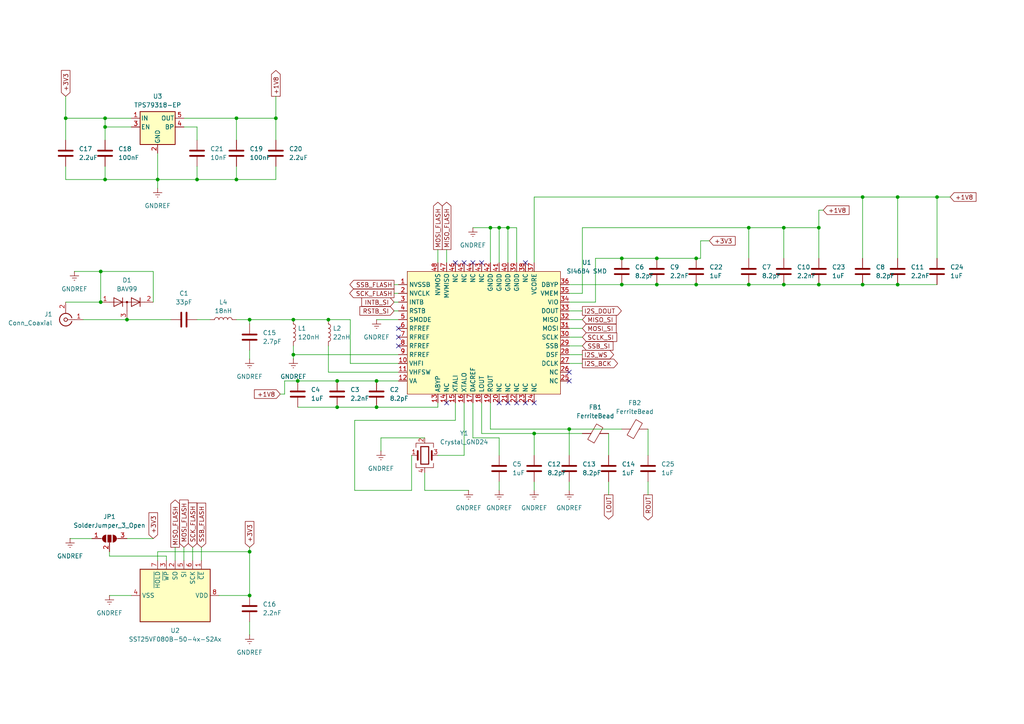
<source format=kicad_sch>
(kicad_sch (version 20250114) (generator "eeschema") (generator_version "9.0")
  (paper "A4")
  (lib_symbols
    (symbol "Connector:Conn_Coaxial" (pin_names (offset 1.016) (hide yes))
      (property "Reference" "J" (at 0.254 3.048 0))
      (property "Value" "Conn_Coaxial" (at 2.921 0 90))
      (symbol "Conn_Coaxial_0_1"
        (polyline (pts (xy -2.54 0) (xy -0.508 0)))
        (arc (start 1.778 0) (mid 0.222 -1.8079) (end -1.778 -0.508) (stroke (width 0.254)))
        (arc (start -1.778 0.508) (mid 0.2221 1.8084) (end 1.778 0) (stroke (width 0.254)))
        (circle (center 0 0) (radius 0.508) (stroke (width 0.2032)))
        (polyline (pts (xy 0 -2.54) (xy 0 -1.778)))
      )
      (symbol "Conn_Coaxial_1_1"
        (pin passive line (at -5.08 0 0) (length 2.54) (name "In") (number "1"))
        (pin passive line (at 0 -5.08 90) (length 2.54) (name "Ext") (number "2"))
      )
    )
    (symbol "Device:C" (pin_numbers (hide yes)) (pin_names (offset 0.254))
      (property "Reference" "C" (at 0.635 2.54 0))
      (property "Value" "C" (at 0.635 -2.54 0))
      (symbol "C_0_1"
        (polyline (pts (xy -2.032 0.762) (xy 2.032 0.762)) (stroke (width 0.508)))
        (polyline (pts (xy -2.032 -0.762) (xy 2.032 -0.762)) (stroke (width 0.508)))
      )
      (symbol "C_1_1"
        (pin passive line (at 0 3.81 270) (length 2.794) (name "~") (number "1"))
        (pin passive line (at 0 -3.81 90) (length 2.794) (name "~") (number "2"))
      )
    )
    (symbol "Device:Crystal_GND24" (pin_names (offset 1.016) (hide yes))
      (property "Reference" "Y" (at 3.175 5.08 0))
      (property "Value" "Crystal_GND24" (at 3.175 3.175 0))
      (symbol "Crystal_GND24_0_1"
        (polyline (pts (xy -2.54 2.286) (xy -2.54 3.556) (xy 2.54 3.556) (xy 2.54 2.286)))
        (polyline (pts (xy -2.54 0) (xy -2.032 0)))
        (polyline (pts (xy -2.54 -2.286) (xy -2.54 -3.556) (xy 2.54 -3.556) (xy 2.54 -2.286)))
        (polyline (pts (xy -2.032 -1.27) (xy -2.032 1.27)) (stroke (width 0.508)))
        (rectangle (start -1.143 2.54) (end 1.143 -2.54) (stroke (width 0.3048)))
        (polyline (pts (xy 0 3.556) (xy 0 3.81)))
        (polyline (pts (xy 0 -3.81) (xy 0 -3.556)))
        (polyline (pts (xy 2.032 0) (xy 2.54 0)))
        (polyline (pts (xy 2.032 -1.27) (xy 2.032 1.27)) (stroke (width 0.508)))
      )
      (symbol "Crystal_GND24_1_1"
        (pin passive line (at -3.81 0 0) (length 1.27) (name "1") (number "1"))
        (pin passive line (at 0 5.08 270) (length 1.27) (name "2") (number "2"))
        (pin passive line (at 0 -5.08 90) (length 1.27) (name "4") (number "4"))
        (pin passive line (at 3.81 0 180) (length 1.27) (name "3") (number "3"))
      )
    )
    (symbol "Device:FerriteBead" (pin_numbers (hide yes)) (pin_names (offset 0))
      (property "Reference" "FB" (at -3.81 0.635 90))
      (property "Value" "FerriteBead" (at 3.81 0 90))
      (symbol "FerriteBead_0_1"
        (polyline (pts (xy -2.7686 0.4064) (xy -1.7018 2.2606) (xy 2.7686 -0.3048) (xy 1.6764 -2.159) (xy -2.7686 0.4064)))
        (polyline (pts (xy 0 1.27) (xy 0 1.2954)))
        (polyline (pts (xy 0 -1.27) (xy 0 -1.2192)))
      )
      (symbol "FerriteBead_1_1"
        (pin passive line (at 0 3.81 270) (length 2.54) (name "~") (number "1"))
        (pin passive line (at 0 -3.81 90) (length 2.54) (name "~") (number "2"))
      )
    )
    (symbol "Device:L" (pin_numbers (hide yes)) (pin_names (offset 1.016) (hide yes))
      (property "Reference" "L" (at -1.27 0 90))
      (property "Value" "L" (at 1.905 0 90))
      (symbol "L_0_1"
        (arc (start 0 2.54) (mid 0.6323 1.905) (end 0 1.27))
        (arc (start 0 1.27) (mid 0.6323 0.635) (end 0 0))
        (arc (start 0 0) (mid 0.6323 -0.635) (end 0 -1.27))
        (arc (start 0 -1.27) (mid 0.6323 -1.905) (end 0 -2.54))
      )
      (symbol "L_1_1"
        (pin passive line (at 0 3.81 270) (length 1.27) (name "1") (number "1"))
        (pin passive line (at 0 -3.81 90) (length 1.27) (name "2") (number "2"))
      )
    )
    (symbol "Diode:BAV99" (pin_names (hide yes))
      (property "Reference" "D" (at 0 5.08 0))
      (property "Value" "BAV99" (at 0 2.54 0))
      (symbol "BAV99_0_1"
        (polyline (pts (xy -5.08 0) (xy 5.08 0)))
      )
      (symbol "BAV99_1_1"
        (polyline (pts (xy -3.81 1.27) (xy -1.27 0) (xy -3.81 -1.27) (xy -3.81 1.27) (xy -3.81 1.27) (xy -3.81 1.27)) (stroke (width 0.2032)))
        (polyline (pts (xy -1.27 -1.27) (xy -1.27 1.27) (xy -1.27 1.27)) (stroke (width 0.2032)))
        (polyline (pts (xy 0 0) (xy 0 -2.54)))
        (circle (center 0 0) (radius 0.254) (fill (type outline)))
        (polyline (pts (xy 1.27 1.27) (xy 3.81 0) (xy 1.27 -1.27) (xy 1.27 1.27) (xy 1.27 1.27) (xy 1.27 1.27)) (stroke (width 0.2032)))
        (polyline (pts (xy 3.81 1.27) (xy 3.81 -1.27) (xy 3.81 -1.27)) (stroke (width 0.2032)))
        (pin passive line (at -7.62 0 0) (length 2.54) (name "K") (number "1"))
        (pin passive line (at 0 -5.08 90) (length 2.54) (name "K") (number "3"))
        (pin passive line (at 7.62 0 180) (length 2.54) (name "A") (number "2"))
      )
    )
    (symbol "Jumper:SolderJumper_3_Open" (pin_names (offset 0) (hide yes)) (in_bom no)
      (property "Reference" "JP" (at -2.54 -2.54 0))
      (property "Value" "SolderJumper_3_Open" (at 0 2.794 0))
      (symbol "SolderJumper_3_Open_0_1"
        (polyline (pts (xy -2.54 0) (xy -2.032 0)))
        (polyline (pts (xy -1.016 1.016) (xy -1.016 -1.016)))
        (arc (start -1.016 -1.016) (mid -2.0276 0) (end -1.016 1.016))
        (arc (start -1.016 -1.016) (mid -2.0276 0) (end -1.016 1.016) (fill (type outline)))
        (rectangle (start -0.508 1.016) (end 0.508 -1.016) (fill (type outline)))
        (polyline (pts (xy 0 -1.27) (xy 0 -1.016)))
        (arc (start 1.016 1.016) (mid 2.0276 0) (end 1.016 -1.016))
        (arc (start 1.016 1.016) (mid 2.0276 0) (end 1.016 -1.016) (fill (type outline)))
        (polyline (pts (xy 1.016 1.016) (xy 1.016 -1.016)))
        (polyline (pts (xy 2.54 0) (xy 2.032 0)))
      )
      (symbol "SolderJumper_3_Open_1_1"
        (pin passive line (at -5.08 0 0) (length 2.54) (name "A") (number "1"))
        (pin passive line (at 0 -3.81 90) (length 2.54) (name "C") (number "2"))
        (pin passive line (at 5.08 0 180) (length 2.54) (name "B") (number "3"))
      )
    )
    (symbol "Memory_Flash:SST25VF080B-50-4x-S2Ax"
      (property "Reference" "U" (at -6.35 11.43 0))
      (property "Value" "SST25VF080B-50-4x-S2Ax" (at 13.97 11.43 0))
      (symbol "SST25VF080B-50-4x-S2Ax_0_1"
        (rectangle (start -7.62 10.16) (end 7.62 -10.16) (stroke (width 0.254)) (fill (type background)))
      )
      (symbol "SST25VF080B-50-4x-S2Ax_1_1"
        (pin input line (at -10.16 7.62 0) (length 2.54) (name "~{CE}") (number "1"))
        (pin input line (at -10.16 5.08 0) (length 2.54) (name "SCK") (number "6"))
        (pin input line (at -10.16 2.54 0) (length 2.54) (name "SI") (number "5"))
        (pin output line (at -10.16 0 0) (length 2.54) (name "SO") (number "2"))
        (pin input line (at -10.16 -2.54 0) (length 2.54) (name "~{WP}") (number "3"))
        (pin input line (at -10.16 -5.08 0) (length 2.54) (name "~{HOLD}") (number "7"))
        (pin power_in line (at 0 12.7 270) (length 2.54) (name "VDD") (number "8"))
        (pin power_in line (at 0 -12.7 90) (length 2.54) (name "VSS") (number "4"))
      )
    )
    (symbol "Regulator_Linear:TPS79318-EP" (pin_names (offset 0.254))
      (property "Reference" "U" (at -3.81 5.715 0))
      (property "Value" "TPS79318-EP" (at 0 5.715 0))
      (symbol "TPS79318-EP_1_1"
        (rectangle (start 5.08 -5.08) (end -5.08 4.445) (stroke (width 0.254)) (fill (type background)))
        (pin power_in line (at -7.62 2.54 0) (length 2.54) (name "IN") (number "1"))
        (pin input line (at -7.62 0 0) (length 2.54) (name "EN") (number "3"))
        (pin power_in line (at 0 -7.62 90) (length 2.54) (name "GND") (number "2"))
        (pin power_out line (at 7.62 2.54 180) (length 2.54) (name "OUT") (number "5"))
        (pin bidirectional line (at 7.62 0 180) (length 2.54) (name "BP") (number "4"))
      )
    )
    (symbol "Symbols:SI4684 SMD"
      (property "Reference" "U" (at 17.78 -21.59 0))
      (property "Value" "SI4684 SMD" (at -17.78 17.78 0))
      (symbol "SI4684 SMD_0_1"
        (rectangle (start 22.86 -19.05) (end 22.86 -19.05))
      )
      (symbol "SI4684 SMD_1_1"
        (rectangle (start -21.59 16.51) (end 22.86 -19.05) (fill (type background)))
        (pin input line (at -24.13 12.7 0) (length 2.54) (name "NVSSB") (number "1"))
        (pin input line (at -24.13 10.16 0) (length 2.54) (name "NVCLK") (number "2"))
        (pin input line (at -24.13 7.62 0) (length 2.54) (name "INTB") (number "3"))
        (pin input line (at -24.13 5.08 0) (length 2.54) (name "RSTB") (number "4"))
        (pin input line (at -24.13 2.54 0) (length 2.54) (name "SMODE") (number "5"))
        (pin input line (at -24.13 0 0) (length 2.54) (name "RFREF") (number "6"))
        (pin input line (at -24.13 -2.54 0) (length 2.54) (name "RFREF") (number "7"))
        (pin input line (at -24.13 -5.08 0) (length 2.54) (name "RFREF") (number "8"))
        (pin input line (at -24.13 -7.62 0) (length 2.54) (name "RFREF") (number "9"))
        (pin input line (at -24.13 -10.16 0) (length 2.54) (name "VHFI") (number "10"))
        (pin input line (at -24.13 -12.7 0) (length 2.54) (name "VHFSW") (number "11"))
        (pin input line (at -24.13 -15.24 0) (length 2.54) (name "VA") (number "12"))
        (pin input line (at -12.7 19.05 270) (length 2.54) (name "NVMOS") (number "48"))
        (pin input line (at -12.7 -21.59 90) (length 2.54) (name "ABYP") (number "13"))
        (pin input line (at -10.16 19.05 270) (length 2.54) (name "MVMISO") (number "47"))
        (pin input line (at -10.16 -21.59 90) (length 2.54) (name "NC") (number "14"))
        (pin input line (at -7.62 19.05 270) (length 2.54) (name "NC") (number "46"))
        (pin input line (at -7.62 -21.59 90) (length 2.54) (name "XTALI") (number "15"))
        (pin input line (at -5.08 19.05 270) (length 2.54) (name "NC") (number "45"))
        (pin input line (at -5.08 -21.59 90) (length 2.54) (name "XTALO") (number "16"))
        (pin input line (at -2.54 19.05 270) (length 2.54) (name "NC") (number "44"))
        (pin input line (at -2.54 -21.59 90) (length 2.54) (name "DACREF") (number "17"))
        (pin input line (at 0 19.05 270) (length 2.54) (name "NC") (number "43"))
        (pin input line (at 0 -21.59 90) (length 2.54) (name "LOUT") (number "18"))
        (pin input line (at 2.54 19.05 270) (length 2.54) (name "GNDD") (number "42"))
        (pin input line (at 2.54 19.05 270) (length 2.54) (hide yes) (name "GND") (number "49"))
        (pin input line (at 2.54 -21.59 90) (length 2.54) (name "ROUT") (number "19"))
        (pin input line (at 5.08 19.05 270) (length 2.54) (name "GNDD") (number "41"))
        (pin input line (at 5.08 -21.59 90) (length 2.54) (name "NC") (number "20"))
        (pin input line (at 7.62 19.05 270) (length 2.54) (name "GNDD") (number "40"))
        (pin input line (at 7.62 -21.59 90) (length 2.54) (name "NC") (number "21"))
        (pin input line (at 10.16 19.05 270) (length 2.54) (name "GNDD") (number "39"))
        (pin input line (at 10.16 -21.59 90) (length 2.54) (name "NC") (number "22"))
        (pin input line (at 12.7 19.05 270) (length 2.54) (name "NC") (number "38"))
        (pin input line (at 12.7 -21.59 90) (length 2.54) (name "NC") (number "23"))
        (pin input line (at 15.24 19.05 270) (length 2.54) (name "VCORE") (number "37"))
        (pin input line (at 15.24 -21.59 90) (length 2.54) (name "NC") (number "24"))
        (pin input line (at 25.4 12.7 180) (length 2.54) (name "DBYP") (number "36"))
        (pin input line (at 25.4 10.16 180) (length 2.54) (name "VMEM") (number "35"))
        (pin input line (at 25.4 7.62 180) (length 2.54) (name "VIO") (number "34"))
        (pin input line (at 25.4 5.08 180) (length 2.54) (name "DOUT") (number "33"))
        (pin input line (at 25.4 2.54 180) (length 2.54) (name "MISO") (number "32"))
        (pin input line (at 25.4 0 180) (length 2.54) (name "MOSI") (number "31"))
        (pin input line (at 25.4 -2.54 180) (length 2.54) (name "SCLK") (number "30"))
        (pin input line (at 25.4 -5.08 180) (length 2.54) (name "SSB") (number "29"))
        (pin input line (at 25.4 -7.62 180) (length 2.54) (name "DSF") (number "28"))
        (pin input line (at 25.4 -10.16 180) (length 2.54) (name "DCLK") (number "27"))
        (pin input line (at 25.4 -12.7 180) (length 2.54) (name "NC") (number "26"))
        (pin input line (at 25.4 -15.24 180) (length 2.54) (name "NC") (number "25"))
      )
    )
    (symbol "power:GNDREF" (power) (pin_numbers (hide yes)) (pin_names (offset 0) (hide yes))
      (property "Value" "GNDREF" (at 0 -3.81 0))
      (symbol "GNDREF_0_1"
        (polyline (pts (xy -0.635 -1.905) (xy 0.635 -1.905)))
        (polyline (pts (xy -0.127 -2.54) (xy 0.127 -2.54)))
        (polyline (pts (xy 0 -1.27) (xy 0 0)))
        (polyline (pts (xy 1.27 -1.27) (xy -1.27 -1.27)))
      )
      (symbol "GNDREF_1_1"
        (pin power_in line (at 0 0 270) (length 0) (name "~") (number "1"))
      )
    )
  )
  (junction (at 97.79 110.49))
  (junction (at 30.48 34.29))
  (junction (at 142.24 66.04))
  (junction (at 80.01 34.29))
  (junction (at 201.93 74.93))
  (junction (at 36.83 92.71))
  (junction (at 29.21 78.74))
  (junction (at 250.19 82.55))
  (junction (at 45.72 52.07))
  (junction (at 72.39 160.02))
  (junction (at 19.05 34.29))
  (junction (at 85.09 92.71))
  (junction (at 237.49 82.55))
  (junction (at 85.09 102.87))
  (junction (at 237.49 66.04))
  (junction (at 217.17 82.55))
  (junction (at 95.25 92.71))
  (junction (at 260.35 82.55))
  (junction (at 201.93 82.55))
  (junction (at 217.17 66.04))
  (junction (at 165.1 124.46))
  (junction (at 144.78 66.04))
  (junction (at 180.34 74.93))
  (junction (at 271.78 57.15))
  (junction (at 190.5 74.93))
  (junction (at 227.33 82.55))
  (junction (at 86.36 110.49))
  (junction (at 68.58 34.29))
  (junction (at 227.33 66.04))
  (junction (at 109.22 118.11))
  (junction (at 72.39 172.72))
  (junction (at 30.48 36.83))
  (junction (at 30.48 52.07))
  (junction (at 180.34 82.55))
  (junction (at 109.22 110.49))
  (junction (at 154.94 125.73))
  (junction (at 190.5 82.55))
  (junction (at 147.32 66.04))
  (junction (at 68.58 52.07))
  (junction (at 29.21 87.63))
  (junction (at 57.15 52.07))
  (junction (at 260.35 57.15))
  (junction (at 250.19 57.15))
  (junction (at 97.79 118.11))
  (junction (at 72.39 92.71))
  (no_connect (at 147.32 116.84))
  (no_connect (at 129.54 116.84))
  (no_connect (at 115.57 97.79))
  (no_connect (at 132.08 76.2))
  (no_connect (at 137.16 76.2))
  (no_connect (at 139.7 76.2))
  (no_connect (at 115.57 95.25))
  (no_connect (at 144.78 116.84))
  (no_connect (at 165.1 110.49))
  (no_connect (at 149.86 116.84))
  (no_connect (at 134.62 76.2))
  (no_connect (at 165.1 107.95))
  (no_connect (at 154.94 116.84))
  (no_connect (at 152.4 76.2))
  (no_connect (at 152.4 116.84))
  (no_connect (at 115.57 100.33))
  (wire (pts (xy 72.39 92.71) (xy 72.39 93.98)))
  (wire (pts (xy 85.09 92.71) (xy 95.25 92.71)))
  (wire (pts (xy 85.09 100.33) (xy 85.09 102.87)))
  (wire (pts (xy 68.58 92.71) (xy 72.39 92.71)))
  (wire (pts (xy 165.1 100.33) (xy 168.91 100.33)))
  (wire (pts (xy 217.17 66.04) (xy 217.17 74.93)))
  (wire (pts (xy 36.83 92.71) (xy 49.53 92.71)))
  (wire (pts (xy 149.86 76.2) (xy 149.86 66.04)))
  (wire (pts (xy 72.39 180.34) (xy 72.39 184.15)))
  (wire (pts (xy 20.32 156.21) (xy 26.67 156.21)))
  (wire (pts (xy 82.55 114.3) (xy 82.55 110.49)))
  (wire (pts (xy 85.09 92.71) (xy 72.39 92.71)))
  (wire (pts (xy 260.35 57.15) (xy 271.78 57.15)))
  (wire (pts (xy 19.05 34.29) (xy 19.05 40.64)))
  (wire (pts (xy 19.05 48.26) (xy 19.05 52.07)))
  (wire (pts (xy 180.34 82.55) (xy 190.5 82.55)))
  (wire (pts (xy 123.19 137.16) (xy 123.19 142.24)))
  (wire (pts (xy 168.91 66.04) (xy 217.17 66.04)))
  (wire (pts (xy 109.22 110.49) (xy 115.57 110.49)))
  (wire (pts (xy 80.01 48.26) (xy 80.01 52.07)))
  (wire (pts (xy 86.36 110.49) (xy 97.79 110.49)))
  (wire (pts (xy 260.35 82.55) (xy 271.78 82.55)))
  (wire (pts (xy 19.05 27.94) (xy 19.05 34.29)))
  (wire (pts (xy 127 72.39) (xy 127 76.2)))
  (wire (pts (xy 24.13 92.71) (xy 36.83 92.71)))
  (wire (pts (xy 144.78 139.7) (xy 144.78 142.24)))
  (wire (pts (xy 57.15 36.83) (xy 57.15 40.64)))
  (wire (pts (xy 72.39 160.02) (xy 72.39 172.72)))
  (wire (pts (xy 217.17 66.04) (xy 227.33 66.04)))
  (wire (pts (xy 97.79 118.11) (xy 86.36 118.11)))
  (wire (pts (xy 31.75 172.72) (xy 38.1 172.72)))
  (wire (pts (xy 101.6 105.41) (xy 101.6 92.71)))
  (wire (pts (xy 19.05 87.63) (xy 29.21 87.63)))
  (wire (pts (xy 45.72 160.02) (xy 72.39 160.02)))
  (wire (pts (xy 19.05 34.29) (xy 30.48 34.29)))
  (wire (pts (xy 30.48 48.26) (xy 30.48 52.07)))
  (wire (pts (xy 95.25 107.95) (xy 95.25 100.33)))
  (wire (pts (xy 172.72 74.93) (xy 172.72 87.63)))
  (wire (pts (xy 149.86 66.04) (xy 147.32 66.04)))
  (wire (pts (xy 201.93 82.55) (xy 217.17 82.55)))
  (wire (pts (xy 68.58 52.07) (xy 80.01 52.07)))
  (wire (pts (xy 142.24 76.2) (xy 142.24 66.04)))
  (wire (pts (xy 29.21 87.63) (xy 29.21 78.74)))
  (wire (pts (xy 165.1 124.46) (xy 180.34 124.46)))
  (wire (pts (xy 68.58 48.26) (xy 68.58 52.07)))
  (wire (pts (xy 165.1 102.87) (xy 168.91 102.87)))
  (wire (pts (xy 250.19 57.15) (xy 260.35 57.15)))
  (wire (pts (xy 180.34 74.93) (xy 190.5 74.93)))
  (wire (pts (xy 36.83 156.21) (xy 44.45 156.21)))
  (wire (pts (xy 30.48 34.29) (xy 38.1 34.29)))
  (wire (pts (xy 165.1 124.46) (xy 165.1 132.08)))
  (wire (pts (xy 123.19 127) (xy 110.49 127)))
  (wire (pts (xy 102.87 142.24) (xy 102.87 121.92)))
  (wire (pts (xy 154.94 76.2) (xy 154.94 57.15)))
  (wire (pts (xy 190.5 74.93) (xy 201.93 74.93)))
  (wire (pts (xy 72.39 101.6) (xy 72.39 104.14)))
  (wire (pts (xy 237.49 66.04) (xy 237.49 74.93)))
  (wire (pts (xy 134.62 116.84) (xy 134.62 132.08)))
  (wire (pts (xy 250.19 82.55) (xy 260.35 82.55)))
  (wire (pts (xy 165.1 87.63) (xy 172.72 87.63)))
  (wire (pts (xy 30.48 34.29) (xy 30.48 36.83)))
  (wire (pts (xy 165.1 82.55) (xy 180.34 82.55)))
  (wire (pts (xy 172.72 74.93) (xy 180.34 74.93)))
  (wire (pts (xy 114.3 90.17) (xy 115.57 90.17)))
  (wire (pts (xy 114.3 82.55) (xy 115.57 82.55)))
  (wire (pts (xy 102.87 121.92) (xy 132.08 121.92)))
  (wire (pts (xy 203.2 69.85) (xy 203.2 74.93)))
  (wire (pts (xy 58.42 158.75) (xy 58.42 162.56)))
  (wire (pts (xy 137.16 116.84) (xy 137.16 127)))
  (wire (pts (xy 45.72 44.45) (xy 45.72 52.07)))
  (wire (pts (xy 201.93 74.93) (xy 203.2 74.93)))
  (wire (pts (xy 45.72 162.56) (xy 45.72 160.02)))
  (wire (pts (xy 271.78 57.15) (xy 275.59 57.15)))
  (wire (pts (xy 190.5 82.55) (xy 201.93 82.55)))
  (wire (pts (xy 165.1 105.41) (xy 168.91 105.41)))
  (wire (pts (xy 68.58 34.29) (xy 68.58 40.64)))
  (wire (pts (xy 57.15 52.07) (xy 68.58 52.07)))
  (wire (pts (xy 85.09 102.87) (xy 115.57 102.87)))
  (wire (pts (xy 30.48 36.83) (xy 38.1 36.83)))
  (wire (pts (xy 85.09 102.87) (xy 85.09 104.14)))
  (wire (pts (xy 127 116.84) (xy 127 118.11)))
  (wire (pts (xy 53.34 158.75) (xy 53.34 162.56)))
  (wire (pts (xy 142.24 116.84) (xy 142.24 124.46)))
  (wire (pts (xy 144.78 66.04) (xy 142.24 66.04)))
  (wire (pts (xy 187.96 124.46) (xy 187.96 132.08)))
  (wire (pts (xy 127 132.08) (xy 134.62 132.08)))
  (wire (pts (xy 57.15 48.26) (xy 57.15 52.07)))
  (wire (pts (xy 114.3 87.63) (xy 115.57 87.63)))
  (wire (pts (xy 165.1 92.71) (xy 168.91 92.71)))
  (wire (pts (xy 80.01 27.94) (xy 80.01 34.29)))
  (wire (pts (xy 176.53 139.7) (xy 176.53 143.51)))
  (wire (pts (xy 129.54 72.39) (xy 129.54 76.2)))
  (wire (pts (xy 31.75 161.29) (xy 31.75 160.02)))
  (wire (pts (xy 142.24 124.46) (xy 165.1 124.46)))
  (wire (pts (xy 144.78 127) (xy 144.78 132.08)))
  (wire (pts (xy 48.26 161.29) (xy 31.75 161.29)))
  (wire (pts (xy 154.94 125.73) (xy 154.94 132.08)))
  (wire (pts (xy 53.34 36.83) (xy 57.15 36.83)))
  (wire (pts (xy 237.49 82.55) (xy 250.19 82.55)))
  (wire (pts (xy 55.88 158.75) (xy 55.88 162.56)))
  (wire (pts (xy 21.59 78.74) (xy 29.21 78.74)))
  (wire (pts (xy 165.1 85.09) (xy 168.91 85.09)))
  (wire (pts (xy 203.2 69.85) (xy 205.74 69.85)))
  (wire (pts (xy 68.58 34.29) (xy 80.01 34.29)))
  (wire (pts (xy 127 118.11) (xy 109.22 118.11)))
  (wire (pts (xy 237.49 60.96) (xy 237.49 66.04)))
  (wire (pts (xy 50.8 158.75) (xy 50.8 162.56)))
  (wire (pts (xy 139.7 116.84) (xy 139.7 125.73)))
  (wire (pts (xy 45.72 52.07) (xy 57.15 52.07)))
  (wire (pts (xy 82.55 110.49) (xy 86.36 110.49)))
  (wire (pts (xy 110.49 127) (xy 110.49 130.81)))
  (wire (pts (xy 53.34 34.29) (xy 68.58 34.29)))
  (wire (pts (xy 260.35 57.15) (xy 260.35 74.93)))
  (wire (pts (xy 45.72 52.07) (xy 45.72 54.61)))
  (wire (pts (xy 147.32 76.2) (xy 147.32 66.04)))
  (wire (pts (xy 142.24 66.04) (xy 137.16 66.04)))
  (wire (pts (xy 132.08 116.84) (xy 132.08 121.92)))
  (wire (pts (xy 119.38 132.08) (xy 119.38 142.24)))
  (wire (pts (xy 30.48 36.83) (xy 30.48 40.64)))
  (wire (pts (xy 154.94 57.15) (xy 250.19 57.15)))
  (wire (pts (xy 217.17 82.55) (xy 227.33 82.55)))
  (wire (pts (xy 165.1 95.25) (xy 168.91 95.25)))
  (wire (pts (xy 237.49 60.96) (xy 238.76 60.96)))
  (wire (pts (xy 187.96 139.7) (xy 187.96 143.51)))
  (wire (pts (xy 176.53 125.73) (xy 176.53 132.08)))
  (wire (pts (xy 109.22 118.11) (xy 97.79 118.11)))
  (wire (pts (xy 72.39 158.75) (xy 72.39 160.02)))
  (wire (pts (xy 44.45 78.74) (xy 44.45 87.63)))
  (wire (pts (xy 123.19 142.24) (xy 135.89 142.24)))
  (wire (pts (xy 115.57 107.95) (xy 95.25 107.95)))
  (wire (pts (xy 165.1 139.7) (xy 165.1 142.24)))
  (wire (pts (xy 168.91 85.09) (xy 168.91 66.04)))
  (wire (pts (xy 154.94 139.7) (xy 154.94 142.24)))
  (wire (pts (xy 119.38 142.24) (xy 102.87 142.24)))
  (wire (pts (xy 114.3 85.09) (xy 115.57 85.09)))
  (wire (pts (xy 19.05 52.07) (xy 30.48 52.07)))
  (wire (pts (xy 227.33 66.04) (xy 227.33 74.93)))
  (wire (pts (xy 147.32 66.04) (xy 144.78 66.04)))
  (wire (pts (xy 137.16 127) (xy 144.78 127)))
  (wire (pts (xy 48.26 162.56) (xy 48.26 161.29)))
  (wire (pts (xy 57.15 92.71) (xy 60.96 92.71)))
  (wire (pts (xy 250.19 57.15) (xy 250.19 74.93)))
  (wire (pts (xy 165.1 90.17) (xy 168.91 90.17)))
  (wire (pts (xy 101.6 105.41) (xy 115.57 105.41)))
  (wire (pts (xy 81.28 114.3) (xy 82.55 114.3)))
  (wire (pts (xy 227.33 66.04) (xy 237.49 66.04)))
  (wire (pts (xy 144.78 76.2) (xy 144.78 66.04)))
  (wire (pts (xy 95.25 92.71) (xy 101.6 92.71)))
  (wire (pts (xy 139.7 125.73) (xy 154.94 125.73)))
  (wire (pts (xy 109.22 92.71) (xy 115.57 92.71)))
  (wire (pts (xy 227.33 82.55) (xy 237.49 82.55)))
  (wire (pts (xy 154.94 125.73) (xy 168.91 125.73)))
  (wire (pts (xy 271.78 57.15) (xy 271.78 74.93)))
  (wire (pts (xy 30.48 52.07) (xy 45.72 52.07)))
  (wire (pts (xy 29.21 78.74) (xy 44.45 78.74)))
  (wire (pts (xy 165.1 97.79) (xy 168.91 97.79)))
  (wire (pts (xy 63.5 172.72) (xy 72.39 172.72)))
  (wire (pts (xy 97.79 110.49) (xy 109.22 110.49)))
  (wire (pts (xy 80.01 34.29) (xy 80.01 40.64)))
  (global_label "LOUT" (shape output) (at 176.53 143.51 270) (property "Intersheetrefs" "${INTERSHEET_REFS}" (effects (hide yes))))
  (global_label "MOSI_FLASH" (shape output) (at 127 72.39 90) (property "Intersheetrefs" "${INTERSHEET_REFS}" (effects (hide yes))))
  (global_label "SSB_FLASH" (shape output) (at 114.3 82.55 180) (property "Intersheetrefs" "${INTERSHEET_REFS}" (effects (hide yes))))
  (global_label "+1V8" (shape input) (at 238.76 60.96 0) (property "Intersheetrefs" "${INTERSHEET_REFS}" (effects (hide yes))))
  (global_label "+1V8" (shape input) (at 81.28 114.3 180) (property "Intersheetrefs" "${INTERSHEET_REFS}" (effects (hide yes))))
  (global_label "MOSI_SI" (shape input) (at 168.91 95.25 0) (property "Intersheetrefs" "${INTERSHEET_REFS}" (effects (hide yes))))
  (global_label "MISO_SI" (shape input) (at 168.91 92.71 0) (property "Intersheetrefs" "${INTERSHEET_REFS}" (effects (hide yes))))
  (global_label "I2S_WS" (shape output) (at 168.91 102.87 0) (property "Intersheetrefs" "${INTERSHEET_REFS}" (effects (hide yes))))
  (global_label "+1V8" (shape input) (at 275.59 57.15 0) (property "Intersheetrefs" "${INTERSHEET_REFS}" (effects (hide yes))))
  (global_label "MISO_FLASH" (shape output) (at 50.8 158.75 90) (property "Intersheetrefs" "${INTERSHEET_REFS}" (effects (hide yes))))
  (global_label "MISO_FLASH" (shape output) (at 129.54 72.39 90) (property "Intersheetrefs" "${INTERSHEET_REFS}" (effects (hide yes))))
  (global_label "+3V3" (shape input) (at 19.05 27.94 90) (property "Intersheetrefs" "${INTERSHEET_REFS}" (effects (hide yes))))
  (global_label "I2S_DOUT" (shape output) (at 168.91 90.17 0) (property "Intersheetrefs" "${INTERSHEET_REFS}" (effects (hide yes))))
  (global_label "SSB_SI" (shape input) (at 168.91 100.33 0) (property "Intersheetrefs" "${INTERSHEET_REFS}" (effects (hide yes))))
  (global_label "+1V8" (shape output) (at 80.01 27.94 90) (property "Intersheetrefs" "${INTERSHEET_REFS}" (effects (hide yes))))
  (global_label "SCK_FLASH" (shape output) (at 114.3 85.09 180) (property "Intersheetrefs" "${INTERSHEET_REFS}" (effects (hide yes))))
  (global_label "I2S_BCK" (shape output) (at 168.91 105.41 0) (property "Intersheetrefs" "${INTERSHEET_REFS}" (effects (hide yes))))
  (global_label "+3V3" (shape input) (at 44.45 156.21 90) (property "Intersheetrefs" "${INTERSHEET_REFS}" (effects (hide yes))))
  (global_label "INTB_SI" (shape input) (at 114.3 87.63 180) (property "Intersheetrefs" "${INTERSHEET_REFS}" (effects (hide yes))))
  (global_label "+3V3" (shape input) (at 72.39 158.75 90) (property "Intersheetrefs" "${INTERSHEET_REFS}" (effects (hide yes))))
  (global_label "MOSI_FLASH" (shape input) (at 53.34 158.75 90) (property "Intersheetrefs" "${INTERSHEET_REFS}" (effects (hide yes))))
  (global_label "ROUT" (shape output) (at 187.96 143.51 270) (property "Intersheetrefs" "${INTERSHEET_REFS}" (effects (hide yes))))
  (global_label "SSB_FLASH" (shape input) (at 58.42 158.75 90) (property "Intersheetrefs" "${INTERSHEET_REFS}" (effects (hide yes))))
  (global_label "RSTB_SI" (shape input) (at 114.3 90.17 180) (property "Intersheetrefs" "${INTERSHEET_REFS}" (effects (hide yes))))
  (global_label "SCK_FLASH" (shape input) (at 55.88 158.75 90) (property "Intersheetrefs" "${INTERSHEET_REFS}" (effects (hide yes))))
  (global_label "SCLK_SI" (shape input) (at 168.91 97.79 0) (property "Intersheetrefs" "${INTERSHEET_REFS}" (effects (hide yes))))
  (global_label "+3V3" (shape input) (at 205.74 69.85 0) (property "Intersheetrefs" "${INTERSHEET_REFS}" (effects (hide yes))))
  (symbol (lib_id "Diode:BAV99") (at 36.83 87.63 0) (unit 1)
    (property "Reference" "D1" (at 36.83 81.28 0))
    (property "Value" "BAV99" (at 36.83 83.82 0))
    (property "Footprint" "Diode_SMD:D_2512_6332Metric_Pad1.52x3.35mm_HandSolder" (effects (hide yes)))
    (property "Datasheet" "https://assets.nexperia.com/documents/data-sheet/BAV99_SER.pdf" (effects (hide yes)))
    (property "Description" "BAV99 High-speed switching diodes, SOT-23" (effects (hide yes)))
  )
  (symbol (lib_id "power:GNDREF") (at 109.22 92.71 0) (unit 1)
    (property "Reference" "#PWR04" (effects (hide yes)))
    (property "Value" "GNDREF" (at 109.22 97.79 0))
    (property "Description" "Power symbol creates a global label with name \"GNDREF\" , reference supply ground" (effects (hide yes)))
  )
  (symbol (lib_id "power:GNDREF") (at 72.39 184.15 0) (unit 1)
    (property "Reference" "#PWR012" (effects (hide yes)))
    (property "Value" "GNDREF" (at 72.39 189.23 0))
    (property "Description" "Power symbol creates a global label with name \"GNDREF\" , reference supply ground" (effects (hide yes)))
  )
  (symbol (lib_id "Device:C") (at 176.53 135.89 0) (unit 1)
    (property "Reference" "C14" (at 180.34 134.6199 0) (effects (justify left)))
    (property "Value" "1uF" (at 180.34 137.1599 0) (effects (justify left)))
    (property "Footprint" "Capacitor_Tantalum_SMD:CP_EIA-3216-12_Kemet-S_HandSolder" (effects (hide yes)))
    (property "Description" "Unpolarized capacitor" (effects (hide yes)))
  )
  (symbol (lib_id "Regulator_Linear:TPS79318-EP") (at 45.72 36.83 0) (unit 1)
    (property "Reference" "U3" (at 45.72 27.94 0))
    (property "Value" "TPS79318-EP" (at 45.72 30.48 0))
    (property "Footprint" "Package_TO_SOT_SMD:SOT-23-5" (effects (hide yes)))
    (property "Datasheet" "http://www.ti.com/lit/ds/symlink/tps79333-ep.pdf" (effects (hide yes)))
    (property "Description" "200mA UltraLow-Noise, High-Precision, Fast RF, Low Drop-out Voltage Regulator, Fixed Output 1.8V, SOT-23" (effects (hide yes)))
  )
  (symbol (lib_id "Device:C") (at 165.1 135.89 0) (unit 1)
    (property "Reference" "C13" (at 168.91 134.6199 0) (effects (justify left)))
    (property "Value" "8.2pF" (at 168.91 137.1599 0) (effects (justify left)))
    (property "Footprint" "Capacitor_Tantalum_SMD:CP_EIA-3216-12_Kemet-S_HandSolder" (effects (hide yes)))
    (property "Description" "Unpolarized capacitor" (effects (hide yes)))
  )
  (symbol (lib_id "Device:C") (at 30.48 44.45 0) (unit 1)
    (property "Reference" "C18" (at 34.29 43.1799 0) (effects (justify left)))
    (property "Value" "100nF" (at 34.29 45.7199 0) (effects (justify left)))
    (property "Footprint" "Capacitor_Tantalum_SMD:CP_EIA-3216-12_Kemet-S_HandSolder" (effects (hide yes)))
    (property "Description" "Unpolarized capacitor" (effects (hide yes)))
  )
  (symbol (lib_id "Device:Crystal_GND24") (at 123.19 132.08 0) (unit 1)
    (property "Reference" "Y1" (at 134.62 125.6598 0))
    (property "Value" "Crystal_GND24" (at 134.62 128.1998 0))
    (property "Footprint" "Crystal:Crystal_SMD_TXC_7M-4Pin_3.2x2.5mm" (effects (hide yes)))
    (property "Description" "Four pin crystal, GND on pins 2 and 4" (effects (hide yes)))
  )
  (symbol (lib_id "Device:C") (at 19.05 44.45 0) (unit 1)
    (property "Reference" "C17" (at 22.86 43.1799 0) (effects (justify left)))
    (property "Value" "2.2uF" (at 22.86 45.7199 0) (effects (justify left)))
    (property "Footprint" "Capacitor_Tantalum_SMD:CP_EIA-3216-12_Kemet-S_HandSolder" (effects (hide yes)))
    (property "Description" "Unpolarized capacitor" (effects (hide yes)))
  )
  (symbol (lib_id "power:GNDREF") (at 21.59 78.74 0) (unit 1)
    (property "Reference" "#PWR08" (effects (hide yes)))
    (property "Value" "GNDREF" (at 21.59 83.82 0))
    (property "Description" "Power symbol creates a global label with name \"GNDREF\" , reference supply ground" (effects (hide yes)))
  )
  (symbol (lib_id "Device:C") (at 271.78 78.74 0) (unit 1)
    (property "Reference" "C24" (at 275.59 77.4699 0) (effects (justify left)))
    (property "Value" "1uF" (at 275.59 80.0099 0) (effects (justify left)))
    (property "Footprint" "Capacitor_Tantalum_SMD:CP_EIA-3216-12_Kemet-S_HandSolder" (effects (hide yes)))
    (property "Description" "Unpolarized capacitor" (effects (hide yes)))
  )
  (symbol (lib_id "Device:C") (at 97.79 114.3 0) (unit 1)
    (property "Reference" "C3" (at 101.6 113.0299 0) (effects (justify left)))
    (property "Value" "2.2nF" (at 101.6 115.5699 0) (effects (justify left)))
    (property "Footprint" "Capacitor_Tantalum_SMD:CP_EIA-3216-12_Kemet-S_HandSolder" (effects (hide yes)))
    (property "Description" "Unpolarized capacitor" (effects (hide yes)))
  )
  (symbol (lib_id "Device:C") (at 72.39 97.79 0) (unit 1)
    (property "Reference" "C15" (at 76.2 96.5199 0) (effects (justify left)))
    (property "Value" "2.7pF" (at 76.2 99.0599 0) (effects (justify left)))
    (property "Footprint" "Capacitor_Tantalum_SMD:CP_EIA-3216-12_Kemet-S_HandSolder" (effects (hide yes)))
    (property "Description" "Unpolarized capacitor" (effects (hide yes)))
  )
  (symbol (lib_id "Device:L") (at 64.77 92.71 90) (unit 1)
    (property "Reference" "L4" (at 64.77 87.63 90))
    (property "Value" "18nH" (at 64.77 90.17 90))
    (property "Footprint" "Inductor_SMD:L_2512_6332Metric_Pad1.52x3.35mm_HandSolder" (effects (hide yes)))
    (property "Description" "Inductor" (effects (hide yes)))
  )
  (symbol (lib_id "Connector:Conn_Coaxial") (at 19.05 92.71 180) (unit 1)
    (property "Reference" "J1" (at 15.24 91.1467 0) (effects (justify left)))
    (property "Value" "Conn_Coaxial" (at 15.24 93.6867 0) (effects (justify left)))
    (property "Footprint" "Connector_Coaxial:SMA_Amphenol_132203-12_Horizontal" (effects (hide yes)))
    (property "Description" "coaxial connector (BNC, SMA, SMB, SMC, Cinch/RCA, LEMO, ...)" (effects (hide yes)))
  )
  (symbol (lib_id "Device:FerriteBead") (at 184.15 124.46 90) (unit 1)
    (property "Reference" "FB2" (at 184.0992 116.84 90))
    (property "Value" "FerriteBead" (at 184.0992 119.38 90))
    (property "Description" "Ferrite bead" (effects (hide yes)))
  )
  (symbol (lib_id "Device:C") (at 250.19 78.74 0) (unit 1)
    (property "Reference" "C8" (at 254 77.4699 0) (effects (justify left)))
    (property "Value" "8.2pF" (at 254 80.0099 0) (effects (justify left)))
    (property "Footprint" "Capacitor_Tantalum_SMD:CP_EIA-3216-12_Kemet-S_HandSolder" (effects (hide yes)))
    (property "Description" "Unpolarized capacitor" (effects (hide yes)))
  )
  (symbol (lib_id "Device:L") (at 95.25 96.52 0) (unit 1)
    (property "Reference" "L2" (at 96.52 95.2499 0) (effects (justify left)))
    (property "Value" "22nH" (at 96.52 97.7899 0) (effects (justify left)))
    (property "Footprint" "Inductor_SMD:L_2512_6332Metric_Pad1.52x3.35mm_HandSolder" (effects (hide yes)))
    (property "Description" "Inductor" (effects (hide yes)))
  )
  (symbol (lib_id "Device:C") (at 53.34 92.71 90) (unit 1)
    (property "Reference" "C1" (at 53.34 85.09 90))
    (property "Value" "33pF" (at 53.34 87.63 90))
    (property "Footprint" "Capacitor_Tantalum_SMD:CP_EIA-3216-12_Kemet-S_HandSolder" (effects (hide yes)))
    (property "Description" "Unpolarized capacitor" (effects (hide yes)))
  )
  (symbol (lib_id "Device:FerriteBead") (at 172.72 125.73 90) (unit 1)
    (property "Reference" "FB1" (at 172.6692 118.11 90))
    (property "Value" "FerriteBead" (at 172.6692 120.65 90))
    (property "Description" "Ferrite bead" (effects (hide yes)))
  )
  (symbol (lib_id "Device:C") (at 190.5 78.74 0) (unit 1)
    (property "Reference" "C9" (at 194.31 77.4699 0) (effects (justify left)))
    (property "Value" "2.2nF" (at 194.31 80.0099 0) (effects (justify left)))
    (property "Footprint" "Capacitor_Tantalum_SMD:CP_EIA-3216-12_Kemet-S_HandSolder" (effects (hide yes)))
    (property "Description" "Unpolarized capacitor" (effects (hide yes)))
  )
  (symbol (lib_id "Jumper:SolderJumper_3_Open") (at 31.75 156.21 0) (unit 1) (in_bom no)
    (property "Reference" "JP1" (at 31.75 149.86 0))
    (property "Value" "SolderJumper_3_Open" (at 31.75 152.4 0))
    (property "Description" "Solder Jumper, 3-pole, open" (effects (hide yes)))
  )
  (symbol (lib_id "Device:C") (at 80.01 44.45 0) (unit 1)
    (property "Reference" "C20" (at 83.82 43.1799 0) (effects (justify left)))
    (property "Value" "2.2uF" (at 83.82 45.7199 0) (effects (justify left)))
    (property "Footprint" "Capacitor_Tantalum_SMD:CP_EIA-3216-12_Kemet-S_HandSolder" (effects (hide yes)))
    (property "Description" "Unpolarized capacitor" (effects (hide yes)))
  )
  (symbol (lib_id "Device:C") (at 217.17 78.74 0) (unit 1)
    (property "Reference" "C7" (at 220.98 77.4699 0) (effects (justify left)))
    (property "Value" "8.2pF" (at 220.98 80.0099 0) (effects (justify left)))
    (property "Footprint" "Capacitor_Tantalum_SMD:CP_EIA-3216-12_Kemet-S_HandSolder" (effects (hide yes)))
    (property "Description" "Unpolarized capacitor" (effects (hide yes)))
  )
  (symbol (lib_id "Device:L") (at 85.09 96.52 0) (unit 1)
    (property "Reference" "L1" (at 86.36 95.2499 0) (effects (justify left)))
    (property "Value" "120nH" (at 86.36 97.7899 0) (effects (justify left)))
    (property "Footprint" "Inductor_SMD:L_2512_6332Metric_Pad1.52x3.35mm_HandSolder" (effects (hide yes)))
    (property "Description" "Inductor" (effects (hide yes)))
  )
  (symbol (lib_id "Device:C") (at 72.39 176.53 0) (unit 1)
    (property "Reference" "C16" (at 76.2 175.2599 0) (effects (justify left)))
    (property "Value" "2.2nF" (at 76.2 177.7999 0) (effects (justify left)))
    (property "Footprint" "Capacitor_Tantalum_SMD:CP_EIA-3216-12_Kemet-S_HandSolder" (effects (hide yes)))
    (property "Description" "Unpolarized capacitor" (effects (hide yes)))
  )
  (symbol (lib_id "Device:C") (at 144.78 135.89 0) (unit 1)
    (property "Reference" "C5" (at 148.59 134.6199 0) (effects (justify left)))
    (property "Value" "1uF" (at 148.59 137.1599 0) (effects (justify left)))
    (property "Footprint" "Capacitor_Tantalum_SMD:CP_EIA-3216-12_Kemet-S_HandSolder" (effects (hide yes)))
    (property "Description" "Unpolarized capacitor" (effects (hide yes)))
  )
  (symbol (lib_id "power:GNDREF") (at 154.94 142.24 0) (unit 1)
    (property "Reference" "#PWR09" (effects (hide yes)))
    (property "Value" "GNDREF" (at 154.94 147.32 0))
    (property "Description" "Power symbol creates a global label with name \"GNDREF\" , reference supply ground" (effects (hide yes)))
  )
  (symbol (lib_id "power:GNDREF") (at 137.16 66.04 0) (unit 1)
    (property "Reference" "#PWR06" (effects (hide yes)))
    (property "Value" "GNDREF" (at 137.16 71.12 0))
    (property "Description" "Power symbol creates a global label with name \"GNDREF\" , reference supply ground" (effects (hide yes)))
  )
  (symbol (lib_id "power:GNDREF") (at 165.1 142.24 0) (unit 1)
    (property "Reference" "#PWR010" (effects (hide yes)))
    (property "Value" "GNDREF" (at 165.1 147.32 0))
    (property "Description" "Power symbol creates a global label with name \"GNDREF\" , reference supply ground" (effects (hide yes)))
  )
  (symbol (lib_id "Device:C") (at 227.33 78.74 0) (unit 1)
    (property "Reference" "C10" (at 231.14 77.4699 0) (effects (justify left)))
    (property "Value" "2.2nF" (at 231.14 80.0099 0) (effects (justify left)))
    (property "Footprint" "Capacitor_Tantalum_SMD:CP_EIA-3216-12_Kemet-S_HandSolder" (effects (hide yes)))
    (property "Description" "Unpolarized capacitor" (effects (hide yes)))
  )
  (symbol (lib_id "power:GNDREF") (at 45.72 54.61 0) (unit 1)
    (property "Reference" "#PWR014" (effects (hide yes)))
    (property "Value" "GNDREF" (at 45.72 59.69 0))
    (property "Description" "Power symbol creates a global label with name \"GNDREF\" , reference supply ground" (effects (hide yes)))
  )
  (symbol (lib_id "Device:C") (at 57.15 44.45 0) (unit 1)
    (property "Reference" "C21" (at 60.96 43.1799 0) (effects (justify left)))
    (property "Value" "10nF" (at 60.96 45.7199 0) (effects (justify left)))
    (property "Footprint" "Capacitor_Tantalum_SMD:CP_EIA-3216-12_Kemet-S_HandSolder" (effects (hide yes)))
    (property "Description" "Unpolarized capacitor" (effects (hide yes)))
  )
  (symbol (lib_id "Memory_Flash:SST25VF080B-50-4x-S2Ax") (at 50.8 172.72 270) (unit 1)
    (property "Reference" "U2" (at 50.8 182.88 90))
    (property "Value" "SST25VF080B-50-4x-S2Ax" (at 50.8 185.42 90))
    (property "Footprint" "Package_SO:SOIC-8_5.3x5.3mm_P1.27mm" (effects (hide yes)))
    (property "Datasheet" "http://ww1.microchip.com/downloads/en/DeviceDoc/20005045C.pdf" (effects (hide yes)))
    (property "Description" "8-Mbit, 2.7 to 3.6V, SPI Flash Memory, SOIC-8" (effects (hide yes)))
  )
  (symbol (lib_id "Device:C") (at 260.35 78.74 0) (unit 1)
    (property "Reference" "C11" (at 264.16 77.4699 0) (effects (justify left)))
    (property "Value" "2.2nF" (at 264.16 80.0099 0) (effects (justify left)))
    (property "Footprint" "Capacitor_Tantalum_SMD:CP_EIA-3216-12_Kemet-S_HandSolder" (effects (hide yes)))
    (property "Description" "Unpolarized capacitor" (effects (hide yes)))
  )
  (symbol (lib_id "power:GNDREF") (at 135.89 142.24 0) (unit 1)
    (property "Reference" "#PWR01" (effects (hide yes)))
    (property "Value" "GNDREF" (at 135.89 147.32 0))
    (property "Description" "Power symbol creates a global label with name \"GNDREF\" , reference supply ground" (effects (hide yes)))
  )
  (symbol (lib_id "power:GNDREF") (at 144.78 142.24 0) (unit 1)
    (property "Reference" "#PWR07" (effects (hide yes)))
    (property "Value" "GNDREF" (at 144.78 147.32 0))
    (property "Description" "Power symbol creates a global label with name \"GNDREF\" , reference supply ground" (effects (hide yes)))
  )
  (symbol (lib_id "power:GNDREF") (at 110.49 130.81 0) (unit 1)
    (property "Reference" "#PWR02" (effects (hide yes)))
    (property "Value" "GNDREF" (at 110.49 135.89 0))
    (property "Description" "Power symbol creates a global label with name \"GNDREF\" , reference supply ground" (effects (hide yes)))
  )
  (symbol (lib_id "Device:C") (at 237.49 78.74 0) (unit 1)
    (property "Reference" "C23" (at 241.3 77.4699 0) (effects (justify left)))
    (property "Value" "1uF" (at 241.3 80.0099 0) (effects (justify left)))
    (property "Footprint" "Capacitor_Tantalum_SMD:CP_EIA-3216-12_Kemet-S_HandSolder" (effects (hide yes)))
    (property "Description" "Unpolarized capacitor" (effects (hide yes)))
  )
  (symbol (lib_id "Device:C") (at 154.94 135.89 0) (unit 1)
    (property "Reference" "C12" (at 158.75 134.6199 0) (effects (justify left)))
    (property "Value" "8.2pF" (at 158.75 137.1599 0) (effects (justify left)))
    (property "Footprint" "Capacitor_Tantalum_SMD:CP_EIA-3216-12_Kemet-S_HandSolder" (effects (hide yes)))
    (property "Description" "Unpolarized capacitor" (effects (hide yes)))
  )
  (symbol (lib_id "Symbols:SI4684 SMD") (at 139.7 95.25 0) (unit 1)
    (property "Reference" "U1" (at 170.18 76.1298 0))
    (property "Value" "SI4684 SMD" (at 170.18 78.6698 0))
    (property "Footprint" "Package_DFN_QFN:QFN-48-1EP_7x7mm_P0.5mm_EP5.3x5.3mm" (effects (hide yes)))
  )
  (symbol (lib_id "Device:C") (at 187.96 135.89 0) (unit 1)
    (property "Reference" "C25" (at 191.77 134.6199 0) (effects (justify left)))
    (property "Value" "1uF" (at 191.77 137.1599 0) (effects (justify left)))
    (property "Description" "Unpolarized capacitor" (effects (hide yes)))
  )
  (symbol (lib_id "Device:C") (at 180.34 78.74 0) (unit 1)
    (property "Reference" "C6" (at 184.15 77.4699 0) (effects (justify left)))
    (property "Value" "8.2pF" (at 184.15 80.0099 0) (effects (justify left)))
    (property "Footprint" "Capacitor_Tantalum_SMD:CP_EIA-3216-12_Kemet-S_HandSolder" (effects (hide yes)))
    (property "Description" "Unpolarized capacitor" (effects (hide yes)))
  )
  (symbol (lib_id "Device:C") (at 86.36 114.3 0) (unit 1)
    (property "Reference" "C4" (at 90.17 113.0299 0) (effects (justify left)))
    (property "Value" "1uF" (at 90.17 115.5699 0) (effects (justify left)))
    (property "Footprint" "Capacitor_Tantalum_SMD:CP_EIA-3216-12_Kemet-S_HandSolder" (effects (hide yes)))
    (property "Description" "Unpolarized capacitor" (effects (hide yes)))
  )
  (symbol (lib_id "Device:C") (at 68.58 44.45 0) (unit 1)
    (property "Reference" "C19" (at 72.39 43.1799 0) (effects (justify left)))
    (property "Value" "100nF" (at 72.39 45.7199 0) (effects (justify left)))
    (property "Footprint" "Capacitor_Tantalum_SMD:CP_EIA-3216-12_Kemet-S_HandSolder" (effects (hide yes)))
    (property "Description" "Unpolarized capacitor" (effects (hide yes)))
  )
  (symbol (lib_id "power:GNDREF") (at 72.39 104.14 0) (unit 1)
    (property "Reference" "#PWR05" (effects (hide yes)))
    (property "Value" "GNDREF" (at 72.39 109.22 0))
    (property "Description" "Power symbol creates a global label with name \"GNDREF\" , reference supply ground" (effects (hide yes)))
  )
  (symbol (lib_id "Device:C") (at 109.22 114.3 0) (unit 1)
    (property "Reference" "C2" (at 113.03 113.0299 0) (effects (justify left)))
    (property "Value" "8.2pF" (at 113.03 115.5699 0) (effects (justify left)))
    (property "Footprint" "Capacitor_Tantalum_SMD:CP_EIA-3216-12_Kemet-S_HandSolder" (effects (hide yes)))
    (property "Description" "Unpolarized capacitor" (effects (hide yes)))
  )
  (symbol (lib_id "power:GNDREF") (at 20.32 156.21 0) (unit 1)
    (property "Reference" "#PWR013" (effects (hide yes)))
    (property "Value" "GNDREF" (at 20.32 161.29 0))
    (property "Description" "Power symbol creates a global label with name \"GNDREF\" , reference supply ground" (effects (hide yes)))
  )
  (symbol (lib_id "power:GNDREF") (at 31.75 172.72 0) (unit 1)
    (property "Reference" "#PWR011" (effects (hide yes)))
    (property "Value" "GNDREF" (at 31.75 177.8 0))
    (property "Description" "Power symbol creates a global label with name \"GNDREF\" , reference supply ground" (effects (hide yes)))
  )
  (symbol (lib_id "power:GNDREF") (at 85.09 104.14 0) (unit 1)
    (property "Reference" "#PWR03" (effects (hide yes)))
    (property "Value" "GNDREF" (at 85.09 109.22 0))
    (property "Description" "Power symbol creates a global label with name \"GNDREF\" , reference supply ground" (effects (hide yes)))
  )
  (symbol (lib_id "Device:C") (at 201.93 78.74 0) (unit 1)
    (property "Reference" "C22" (at 205.74 77.4699 0) (effects (justify left)))
    (property "Value" "1uF" (at 205.74 80.0099 0) (effects (justify left)))
    (property "Footprint" "Capacitor_Tantalum_SMD:CP_EIA-3216-12_Kemet-S_HandSolder" (effects (hide yes)))
    (property "Description" "Unpolarized capacitor" (effects (hide yes)))
  )
)
</source>
